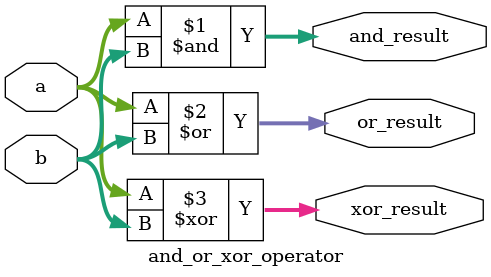
<source format=sv>
module and_or_xor_operator (
    input [7:0] a,
    input [7:0] b,
    output [7:0] and_result,
    output [7:0] or_result,
    output [7:0] xor_result
);
    assign and_result = a & b;      // 与操作
    assign or_result = a | b;       // 或操作
    assign xor_result = a ^ b;      // 异或
endmodule



</source>
